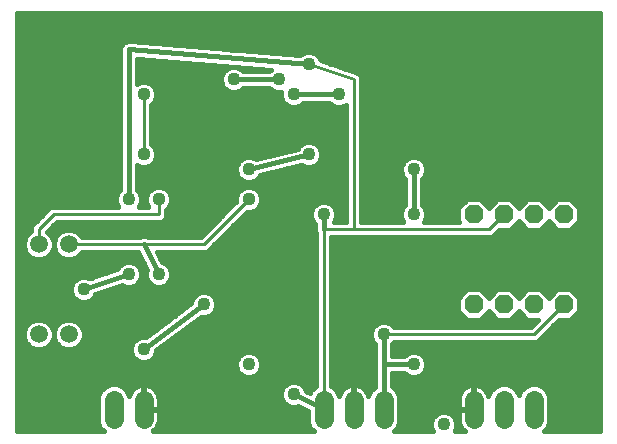
<source format=gbl>
G75*
%MOIN*%
%OFA0B0*%
%FSLAX24Y24*%
%IPPOS*%
%LPD*%
%AMOC8*
5,1,8,0,0,1.08239X$1,22.5*
%
%ADD10OC8,0.0630*%
%ADD11C,0.0594*%
%ADD12C,0.0640*%
%ADD13C,0.0160*%
%ADD14C,0.0100*%
%ADD15C,0.0440*%
%ADD16C,0.0436*%
D10*
X015680Y005050D03*
X016680Y005050D03*
X017680Y005050D03*
X018680Y005050D03*
X018680Y008050D03*
X017680Y008050D03*
X016680Y008050D03*
X015680Y008050D03*
D11*
X002180Y007050D03*
X001180Y007050D03*
X001180Y004050D03*
X002180Y004050D03*
D12*
X003680Y001870D02*
X003680Y001230D01*
X004680Y001230D02*
X004680Y001870D01*
X010680Y001870D02*
X010680Y001230D01*
X011680Y001230D02*
X011680Y001870D01*
X012680Y001870D02*
X012680Y001230D01*
X015680Y001230D02*
X015680Y001870D01*
X016680Y001870D02*
X016680Y001230D01*
X017680Y001230D02*
X017680Y001870D01*
D13*
X000460Y000830D02*
X000460Y014770D01*
X019900Y014770D01*
X019900Y000830D01*
X018015Y000830D01*
X018121Y000935D01*
X018200Y001127D01*
X018200Y001973D01*
X018121Y002165D01*
X017975Y002311D01*
X017783Y002390D01*
X017577Y002390D01*
X017385Y002311D01*
X017239Y002165D01*
X017180Y002022D01*
X017121Y002165D01*
X016975Y002311D01*
X016783Y002390D01*
X016577Y002390D01*
X016385Y002311D01*
X016239Y002165D01*
X016167Y001990D01*
X016143Y002062D01*
X016108Y002132D01*
X016061Y002196D01*
X016006Y002251D01*
X015942Y002298D01*
X015872Y002333D01*
X015797Y002358D01*
X015719Y002370D01*
X015700Y002370D01*
X015700Y001570D01*
X015660Y001570D01*
X015660Y002370D01*
X015641Y002370D01*
X015563Y002358D01*
X015488Y002333D01*
X015418Y002298D01*
X015354Y002251D01*
X015299Y002196D01*
X015252Y002132D01*
X015217Y002062D01*
X015192Y001987D01*
X015180Y001909D01*
X015180Y001570D01*
X015660Y001570D01*
X015660Y001530D01*
X015180Y001530D01*
X015180Y001191D01*
X015192Y001113D01*
X015217Y001038D01*
X015252Y000968D01*
X015299Y000904D01*
X015354Y000849D01*
X015380Y000830D01*
X015041Y000830D01*
X015098Y000967D01*
X015098Y001133D01*
X015034Y001287D01*
X014917Y001404D01*
X014763Y001468D01*
X014597Y001468D01*
X014443Y001404D01*
X014326Y001287D01*
X014262Y001133D01*
X014262Y000967D01*
X014319Y000830D01*
X013015Y000830D01*
X013121Y000935D01*
X013200Y001127D01*
X013200Y001973D01*
X013121Y002165D01*
X012975Y002311D01*
X012960Y002317D01*
X012960Y002770D01*
X013369Y002770D01*
X013443Y002696D01*
X013597Y002632D01*
X013763Y002632D01*
X013917Y002696D01*
X014034Y002813D01*
X014098Y002967D01*
X014098Y003133D01*
X014034Y003287D01*
X013917Y003404D01*
X013763Y003468D01*
X013597Y003468D01*
X013443Y003404D01*
X013369Y003330D01*
X012960Y003330D01*
X012960Y003739D01*
X013021Y003800D01*
X017730Y003800D01*
X017822Y003838D01*
X018519Y004535D01*
X018893Y004535D01*
X019195Y004837D01*
X019195Y005263D01*
X018893Y005565D01*
X018467Y005565D01*
X018180Y005278D01*
X017893Y005565D01*
X017467Y005565D01*
X017180Y005278D01*
X016893Y005565D01*
X016467Y005565D01*
X016180Y005278D01*
X015893Y005565D01*
X015467Y005565D01*
X015165Y005263D01*
X015165Y004837D01*
X015467Y004535D01*
X015893Y004535D01*
X016180Y004822D01*
X016467Y004535D01*
X016893Y004535D01*
X017180Y004822D01*
X017467Y004535D01*
X017811Y004535D01*
X017576Y004300D01*
X013021Y004300D01*
X012917Y004404D01*
X012763Y004468D01*
X012597Y004468D01*
X012443Y004404D01*
X012326Y004287D01*
X012262Y004133D01*
X012262Y003967D01*
X012326Y003813D01*
X012400Y003739D01*
X012400Y002317D01*
X012385Y002311D01*
X012239Y002165D01*
X012167Y001990D01*
X012143Y002062D01*
X012108Y002132D01*
X012061Y002196D01*
X012006Y002251D01*
X011942Y002298D01*
X011872Y002333D01*
X011797Y002358D01*
X011719Y002370D01*
X011700Y002370D01*
X011700Y001570D01*
X011660Y001570D01*
X011660Y002370D01*
X011641Y002370D01*
X011563Y002358D01*
X011488Y002333D01*
X011418Y002298D01*
X011354Y002251D01*
X011299Y002196D01*
X011252Y002132D01*
X011217Y002062D01*
X011193Y001990D01*
X011121Y002165D01*
X010975Y002311D01*
X010930Y002329D01*
X010930Y007300D01*
X016230Y007300D01*
X016322Y007338D01*
X016519Y007535D01*
X016893Y007535D01*
X017180Y007822D01*
X017467Y007535D01*
X017893Y007535D01*
X018180Y007822D01*
X018467Y007535D01*
X018893Y007535D01*
X019195Y007837D01*
X019195Y008263D01*
X018893Y008565D01*
X018467Y008565D01*
X018180Y008278D01*
X017893Y008565D01*
X017467Y008565D01*
X017180Y008278D01*
X016893Y008565D01*
X016467Y008565D01*
X016180Y008278D01*
X015893Y008565D01*
X015467Y008565D01*
X015165Y008263D01*
X015165Y007837D01*
X015202Y007800D01*
X014021Y007800D01*
X014034Y007813D01*
X014098Y007967D01*
X014098Y008133D01*
X014034Y008287D01*
X013960Y008361D01*
X013960Y009239D01*
X014034Y009313D01*
X014098Y009467D01*
X014098Y009633D01*
X014034Y009787D01*
X013917Y009904D01*
X013763Y009968D01*
X013597Y009968D01*
X013443Y009904D01*
X013326Y009787D01*
X013262Y009633D01*
X013262Y009467D01*
X013326Y009313D01*
X013400Y009239D01*
X013400Y008361D01*
X013326Y008287D01*
X013262Y008133D01*
X013262Y007967D01*
X013326Y007813D01*
X013339Y007800D01*
X011930Y007800D01*
X011930Y012509D01*
X011933Y012518D01*
X011930Y012559D01*
X011930Y012600D01*
X011926Y012608D01*
X011926Y012617D01*
X011908Y012654D01*
X011892Y012692D01*
X011885Y012698D01*
X011881Y012706D01*
X011851Y012733D01*
X011822Y012762D01*
X011813Y012765D01*
X011806Y012771D01*
X011767Y012784D01*
X011730Y012800D01*
X011721Y012800D01*
X010578Y013181D01*
X010534Y013287D01*
X010417Y013404D01*
X010263Y013468D01*
X010097Y013468D01*
X009943Y013404D01*
X009894Y013355D01*
X004247Y013825D01*
X004236Y013830D01*
X004192Y013830D01*
X004148Y013834D01*
X004136Y013830D01*
X004124Y013830D01*
X004084Y013813D01*
X004042Y013800D01*
X004032Y013792D01*
X004021Y013787D01*
X003990Y013756D01*
X003957Y013728D01*
X003951Y013717D01*
X003943Y013709D01*
X003926Y013668D01*
X003906Y013629D01*
X003905Y013617D01*
X003900Y013606D01*
X003900Y013562D01*
X003896Y013518D01*
X003900Y013506D01*
X003900Y008861D01*
X003826Y008787D01*
X003762Y008633D01*
X003762Y008467D01*
X003826Y008313D01*
X003839Y008300D01*
X001630Y008300D01*
X001538Y008262D01*
X001038Y007762D01*
X000968Y007692D01*
X000930Y007600D01*
X000930Y007485D01*
X000898Y007471D01*
X000759Y007332D01*
X000683Y007149D01*
X000683Y006951D01*
X000759Y006768D01*
X000898Y006629D01*
X001081Y006553D01*
X001279Y006553D01*
X001462Y006629D01*
X001601Y006768D01*
X001677Y006951D01*
X001677Y007149D01*
X001601Y007332D01*
X001462Y007471D01*
X001457Y007473D01*
X001784Y007800D01*
X005230Y007800D01*
X005322Y007838D01*
X005392Y007908D01*
X005430Y008000D01*
X005430Y008206D01*
X005536Y008312D01*
X005600Y008466D01*
X005600Y008634D01*
X005536Y008788D01*
X005418Y008906D01*
X005264Y008970D01*
X005096Y008970D01*
X004942Y008906D01*
X004824Y008788D01*
X004760Y008634D01*
X004760Y008466D01*
X004824Y008312D01*
X004836Y008300D01*
X004521Y008300D01*
X004534Y008313D01*
X004598Y008467D01*
X004598Y008633D01*
X004534Y008787D01*
X004460Y008861D01*
X004460Y009687D01*
X004596Y009630D01*
X004764Y009630D01*
X004918Y009694D01*
X005036Y009812D01*
X005100Y009966D01*
X005100Y010134D01*
X005036Y010288D01*
X004930Y010394D01*
X004930Y011706D01*
X005036Y011812D01*
X005100Y011966D01*
X005100Y012134D01*
X005036Y012288D01*
X004918Y012406D01*
X004764Y012470D01*
X004596Y012470D01*
X004460Y012413D01*
X004460Y013246D01*
X008913Y012875D01*
X008869Y012830D01*
X007991Y012830D01*
X007917Y012904D01*
X007763Y012968D01*
X007597Y012968D01*
X007443Y012904D01*
X007326Y012787D01*
X007262Y012633D01*
X007262Y012467D01*
X007326Y012313D01*
X007443Y012196D01*
X007597Y012132D01*
X007763Y012132D01*
X007917Y012196D01*
X007991Y012270D01*
X008869Y012270D01*
X008943Y012196D01*
X009097Y012132D01*
X009262Y012132D01*
X009262Y011967D01*
X009326Y011813D01*
X009443Y011696D01*
X009597Y011632D01*
X009763Y011632D01*
X009917Y011696D01*
X009991Y011770D01*
X010869Y011770D01*
X010943Y011696D01*
X011097Y011632D01*
X011263Y011632D01*
X011417Y011696D01*
X011430Y011709D01*
X011430Y007800D01*
X011021Y007800D01*
X011034Y007813D01*
X011098Y007967D01*
X011098Y008133D01*
X011034Y008287D01*
X010917Y008404D01*
X010763Y008468D01*
X010597Y008468D01*
X010443Y008404D01*
X010326Y008287D01*
X010262Y008133D01*
X010262Y007967D01*
X010326Y007813D01*
X010400Y007739D01*
X010400Y007494D01*
X010430Y007422D01*
X010430Y002329D01*
X010385Y002311D01*
X010239Y002165D01*
X010211Y002097D01*
X010087Y002159D01*
X010034Y002287D01*
X009917Y002404D01*
X009763Y002468D01*
X009597Y002468D01*
X009443Y002404D01*
X009326Y002287D01*
X009262Y002133D01*
X009262Y001967D01*
X009326Y001813D01*
X009443Y001696D01*
X009597Y001632D01*
X009763Y001632D01*
X009833Y001661D01*
X010160Y001497D01*
X010160Y001127D01*
X010239Y000935D01*
X010345Y000830D01*
X004980Y000830D01*
X005006Y000849D01*
X005061Y000904D01*
X005108Y000968D01*
X005143Y001038D01*
X005168Y001113D01*
X005180Y001191D01*
X005180Y001530D01*
X004700Y001530D01*
X004700Y001570D01*
X004660Y001570D01*
X004660Y002370D01*
X004641Y002370D01*
X004563Y002358D01*
X004488Y002333D01*
X004418Y002298D01*
X004354Y002251D01*
X004299Y002196D01*
X004252Y002132D01*
X004217Y002062D01*
X004193Y001990D01*
X004121Y002165D01*
X003975Y002311D01*
X003783Y002390D01*
X003577Y002390D01*
X003385Y002311D01*
X003239Y002165D01*
X003160Y001973D01*
X003160Y001127D01*
X003239Y000935D01*
X003345Y000830D01*
X000460Y000830D01*
X000460Y000867D02*
X003308Y000867D01*
X003202Y001026D02*
X000460Y001026D01*
X000460Y001184D02*
X003160Y001184D01*
X003160Y001343D02*
X000460Y001343D01*
X000460Y001501D02*
X003160Y001501D01*
X003160Y001660D02*
X000460Y001660D01*
X000460Y001818D02*
X003160Y001818D01*
X003161Y001977D02*
X000460Y001977D01*
X000460Y002135D02*
X003227Y002135D01*
X003368Y002294D02*
X000460Y002294D01*
X000460Y002452D02*
X009558Y002452D01*
X009332Y002294D02*
X004948Y002294D01*
X004942Y002298D02*
X004872Y002333D01*
X004797Y002358D01*
X004719Y002370D01*
X004700Y002370D01*
X004700Y001570D01*
X005180Y001570D01*
X005180Y001909D01*
X005168Y001987D01*
X005143Y002062D01*
X005108Y002132D01*
X005061Y002196D01*
X005006Y002251D01*
X004942Y002298D01*
X005105Y002135D02*
X009263Y002135D01*
X009262Y001977D02*
X005169Y001977D01*
X005180Y001818D02*
X009324Y001818D01*
X009530Y001660D02*
X005180Y001660D01*
X005180Y001501D02*
X010152Y001501D01*
X010160Y001343D02*
X005180Y001343D01*
X005179Y001184D02*
X010160Y001184D01*
X010202Y001026D02*
X005137Y001026D01*
X005024Y000867D02*
X010308Y000867D01*
X010680Y001550D02*
X009680Y002050D01*
X010028Y002294D02*
X010368Y002294D01*
X010430Y002452D02*
X009802Y002452D01*
X010136Y002135D02*
X010227Y002135D01*
X010430Y002611D02*
X000460Y002611D01*
X000460Y002769D02*
X007870Y002769D01*
X007826Y002813D02*
X007943Y002696D01*
X008097Y002632D01*
X008263Y002632D01*
X008417Y002696D01*
X008534Y002813D01*
X008598Y002967D01*
X008598Y003133D01*
X008534Y003287D01*
X008417Y003404D01*
X008263Y003468D01*
X008097Y003468D01*
X007943Y003404D01*
X007826Y003287D01*
X007762Y003133D01*
X007762Y002967D01*
X007826Y002813D01*
X007778Y002928D02*
X000460Y002928D01*
X000460Y003086D02*
X007762Y003086D01*
X007808Y003245D02*
X004966Y003245D01*
X004917Y003196D02*
X005034Y003313D01*
X005098Y003467D01*
X005098Y003514D01*
X006592Y004634D01*
X006597Y004632D01*
X006763Y004632D01*
X006917Y004696D01*
X007034Y004813D01*
X007098Y004967D01*
X007098Y005133D01*
X007034Y005287D01*
X006917Y005404D01*
X006763Y005468D01*
X006597Y005468D01*
X006443Y005404D01*
X006326Y005287D01*
X006262Y005133D01*
X006262Y005086D01*
X004768Y003966D01*
X004763Y003968D01*
X004597Y003968D01*
X004443Y003904D01*
X004326Y003787D01*
X004262Y003633D01*
X004262Y003467D01*
X004326Y003313D01*
X004443Y003196D01*
X004597Y003132D01*
X004763Y003132D01*
X004917Y003196D01*
X005072Y003403D02*
X007942Y003403D01*
X008418Y003403D02*
X010430Y003403D01*
X010430Y003245D02*
X008552Y003245D01*
X008598Y003086D02*
X010430Y003086D01*
X010430Y002928D02*
X008582Y002928D01*
X008490Y002769D02*
X010430Y002769D01*
X010930Y002769D02*
X012400Y002769D01*
X012400Y002611D02*
X010930Y002611D01*
X010930Y002452D02*
X012400Y002452D01*
X012368Y002294D02*
X011948Y002294D01*
X012105Y002135D02*
X012227Y002135D01*
X011700Y002135D02*
X011660Y002135D01*
X011660Y002294D02*
X011700Y002294D01*
X011412Y002294D02*
X010992Y002294D01*
X011133Y002135D02*
X011255Y002135D01*
X011660Y001977D02*
X011700Y001977D01*
X011700Y001818D02*
X011660Y001818D01*
X011660Y001660D02*
X011700Y001660D01*
X012680Y001550D02*
X012680Y003050D01*
X013680Y003050D01*
X013990Y002769D02*
X019900Y002769D01*
X019900Y002611D02*
X012960Y002611D01*
X012960Y002769D02*
X013370Y002769D01*
X012960Y002452D02*
X019900Y002452D01*
X019900Y002294D02*
X017992Y002294D01*
X018133Y002135D02*
X019900Y002135D01*
X019900Y001977D02*
X018199Y001977D01*
X018200Y001818D02*
X019900Y001818D01*
X019900Y001660D02*
X018200Y001660D01*
X018200Y001501D02*
X019900Y001501D01*
X019900Y001343D02*
X018200Y001343D01*
X018200Y001184D02*
X019900Y001184D01*
X019900Y001026D02*
X018158Y001026D01*
X018052Y000867D02*
X019900Y000867D01*
X017368Y002294D02*
X016992Y002294D01*
X017133Y002135D02*
X017227Y002135D01*
X016368Y002294D02*
X015948Y002294D01*
X016105Y002135D02*
X016227Y002135D01*
X015700Y002135D02*
X015660Y002135D01*
X015660Y002294D02*
X015700Y002294D01*
X015412Y002294D02*
X012992Y002294D01*
X013133Y002135D02*
X015255Y002135D01*
X015191Y001977D02*
X013199Y001977D01*
X013200Y001818D02*
X015180Y001818D01*
X015180Y001660D02*
X013200Y001660D01*
X013200Y001501D02*
X015180Y001501D01*
X015180Y001343D02*
X014979Y001343D01*
X015077Y001184D02*
X015181Y001184D01*
X015223Y001026D02*
X015098Y001026D01*
X015057Y000867D02*
X015336Y000867D01*
X015660Y001660D02*
X015700Y001660D01*
X015700Y001818D02*
X015660Y001818D01*
X015660Y001977D02*
X015700Y001977D01*
X014381Y001343D02*
X013200Y001343D01*
X013200Y001184D02*
X014283Y001184D01*
X014262Y001026D02*
X013158Y001026D01*
X013052Y000867D02*
X014303Y000867D01*
X014082Y002928D02*
X019900Y002928D01*
X019900Y003086D02*
X014098Y003086D01*
X014052Y003245D02*
X019900Y003245D01*
X019900Y003403D02*
X013918Y003403D01*
X013442Y003403D02*
X012960Y003403D01*
X012960Y003562D02*
X019900Y003562D01*
X019900Y003720D02*
X012960Y003720D01*
X012680Y004050D02*
X012680Y003050D01*
X012400Y003086D02*
X010930Y003086D01*
X010930Y002928D02*
X012400Y002928D01*
X012400Y003245D02*
X010930Y003245D01*
X010930Y003403D02*
X012400Y003403D01*
X012400Y003562D02*
X010930Y003562D01*
X010930Y003720D02*
X012400Y003720D01*
X012298Y003879D02*
X010930Y003879D01*
X010930Y004037D02*
X012262Y004037D01*
X012288Y004196D02*
X010930Y004196D01*
X010930Y004354D02*
X012393Y004354D01*
X012967Y004354D02*
X017630Y004354D01*
X017789Y004513D02*
X010930Y004513D01*
X010930Y004671D02*
X015331Y004671D01*
X015172Y004830D02*
X010930Y004830D01*
X010930Y004988D02*
X015165Y004988D01*
X015165Y005147D02*
X010930Y005147D01*
X010930Y005305D02*
X015207Y005305D01*
X015365Y005464D02*
X010930Y005464D01*
X010930Y005622D02*
X019900Y005622D01*
X019900Y005464D02*
X018995Y005464D01*
X019153Y005305D02*
X019900Y005305D01*
X019900Y005147D02*
X019195Y005147D01*
X019195Y004988D02*
X019900Y004988D01*
X019900Y004830D02*
X019188Y004830D01*
X019029Y004671D02*
X019900Y004671D01*
X019900Y004513D02*
X018496Y004513D01*
X018338Y004354D02*
X019900Y004354D01*
X019900Y004196D02*
X018179Y004196D01*
X018021Y004037D02*
X019900Y004037D01*
X019900Y003879D02*
X017862Y003879D01*
X017331Y004671D02*
X017029Y004671D01*
X016331Y004671D02*
X016029Y004671D01*
X016153Y005305D02*
X016207Y005305D01*
X016365Y005464D02*
X015995Y005464D01*
X016995Y005464D02*
X017365Y005464D01*
X017207Y005305D02*
X017153Y005305D01*
X017995Y005464D02*
X018365Y005464D01*
X018207Y005305D02*
X018153Y005305D01*
X019900Y005781D02*
X010930Y005781D01*
X010930Y005939D02*
X019900Y005939D01*
X019900Y006098D02*
X010930Y006098D01*
X010930Y006256D02*
X019900Y006256D01*
X019900Y006415D02*
X010930Y006415D01*
X010930Y006573D02*
X019900Y006573D01*
X019900Y006732D02*
X010930Y006732D01*
X010930Y006890D02*
X019900Y006890D01*
X019900Y007049D02*
X010930Y007049D01*
X010930Y007207D02*
X019900Y007207D01*
X019900Y007366D02*
X016349Y007366D01*
X016508Y007524D02*
X019900Y007524D01*
X019900Y007683D02*
X019041Y007683D01*
X019195Y007841D02*
X019900Y007841D01*
X019900Y008000D02*
X019195Y008000D01*
X019195Y008158D02*
X019900Y008158D01*
X019900Y008317D02*
X019142Y008317D01*
X018983Y008475D02*
X019900Y008475D01*
X019900Y008634D02*
X013960Y008634D01*
X013960Y008792D02*
X019900Y008792D01*
X019900Y008951D02*
X013960Y008951D01*
X013960Y009109D02*
X019900Y009109D01*
X019900Y009268D02*
X013989Y009268D01*
X014081Y009426D02*
X019900Y009426D01*
X019900Y009585D02*
X014098Y009585D01*
X014053Y009743D02*
X019900Y009743D01*
X019900Y009902D02*
X013920Y009902D01*
X013440Y009902D02*
X011930Y009902D01*
X011930Y010060D02*
X019900Y010060D01*
X019900Y010219D02*
X011930Y010219D01*
X011930Y010377D02*
X019900Y010377D01*
X019900Y010536D02*
X011930Y010536D01*
X011930Y010694D02*
X019900Y010694D01*
X019900Y010853D02*
X011930Y010853D01*
X011930Y011011D02*
X019900Y011011D01*
X019900Y011170D02*
X011930Y011170D01*
X011930Y011328D02*
X019900Y011328D01*
X019900Y011487D02*
X011930Y011487D01*
X011930Y011645D02*
X019900Y011645D01*
X019900Y011804D02*
X011930Y011804D01*
X011930Y011962D02*
X019900Y011962D01*
X019900Y012121D02*
X011930Y012121D01*
X011930Y012279D02*
X019900Y012279D01*
X019900Y012438D02*
X011930Y012438D01*
X011930Y012596D02*
X019900Y012596D01*
X019900Y012755D02*
X011829Y012755D01*
X011382Y012913D02*
X019900Y012913D01*
X019900Y013072D02*
X010906Y013072D01*
X010558Y013230D02*
X019900Y013230D01*
X019900Y013389D02*
X010433Y013389D01*
X010180Y013050D02*
X004180Y013550D01*
X004180Y008550D01*
X004598Y008475D02*
X004760Y008475D01*
X004760Y008634D02*
X004598Y008634D01*
X004529Y008792D02*
X004828Y008792D01*
X005049Y008951D02*
X004460Y008951D01*
X004460Y009109D02*
X011430Y009109D01*
X011430Y008951D02*
X008311Y008951D01*
X008264Y008970D02*
X008096Y008970D01*
X007942Y008906D01*
X007824Y008788D01*
X007760Y008634D01*
X007760Y008484D01*
X006576Y007300D01*
X004815Y007300D01*
X004716Y007333D01*
X004605Y007325D01*
X004554Y007300D01*
X002615Y007300D01*
X002601Y007332D01*
X002462Y007471D01*
X002279Y007547D01*
X002081Y007547D01*
X001898Y007471D01*
X001759Y007332D01*
X001683Y007149D01*
X001683Y006951D01*
X001759Y006768D01*
X001898Y006629D01*
X002081Y006553D01*
X002279Y006553D01*
X002462Y006629D01*
X002601Y006768D01*
X002615Y006800D01*
X004492Y006800D01*
X004791Y006203D01*
X004762Y006133D01*
X004762Y005967D01*
X004826Y005813D01*
X004943Y005696D01*
X005097Y005632D01*
X005263Y005632D01*
X005417Y005696D01*
X005534Y005813D01*
X005598Y005967D01*
X005598Y006133D01*
X005534Y006287D01*
X005417Y006404D01*
X005289Y006457D01*
X005118Y006800D01*
X006730Y006800D01*
X006822Y006838D01*
X008114Y008130D01*
X008264Y008130D01*
X008418Y008194D01*
X008536Y008312D01*
X008600Y008466D01*
X008600Y008634D01*
X008536Y008788D01*
X008418Y008906D01*
X008264Y008970D01*
X008263Y009132D02*
X008097Y009132D01*
X007943Y009196D01*
X007826Y009313D01*
X007762Y009467D01*
X007762Y009633D01*
X007826Y009787D01*
X007943Y009904D01*
X008097Y009968D01*
X008263Y009968D01*
X008417Y009904D01*
X008422Y009899D01*
X009809Y010246D01*
X009826Y010287D01*
X009943Y010404D01*
X010097Y010468D01*
X010263Y010468D01*
X010417Y010404D01*
X010534Y010287D01*
X010598Y010133D01*
X010598Y009967D01*
X010534Y009813D01*
X010417Y009696D01*
X010263Y009632D01*
X010097Y009632D01*
X009943Y009696D01*
X009938Y009701D01*
X008551Y009354D01*
X008534Y009313D01*
X008417Y009196D01*
X008263Y009132D01*
X008489Y009268D02*
X011430Y009268D01*
X011430Y009426D02*
X008839Y009426D01*
X009473Y009585D02*
X011430Y009585D01*
X011430Y009743D02*
X010464Y009743D01*
X010571Y009902D02*
X011430Y009902D01*
X011430Y010060D02*
X010598Y010060D01*
X010563Y010219D02*
X011430Y010219D01*
X011430Y010377D02*
X010444Y010377D01*
X010180Y010050D02*
X008180Y009550D01*
X007871Y009268D02*
X004460Y009268D01*
X004460Y009426D02*
X007779Y009426D01*
X007762Y009585D02*
X004460Y009585D01*
X003900Y009585D02*
X000460Y009585D01*
X000460Y009743D02*
X003900Y009743D01*
X003900Y009902D02*
X000460Y009902D01*
X000460Y010060D02*
X003900Y010060D01*
X003900Y010219D02*
X000460Y010219D01*
X000460Y010377D02*
X003900Y010377D01*
X003900Y010536D02*
X000460Y010536D01*
X000460Y010694D02*
X003900Y010694D01*
X003900Y010853D02*
X000460Y010853D01*
X000460Y011011D02*
X003900Y011011D01*
X003900Y011170D02*
X000460Y011170D01*
X000460Y011328D02*
X003900Y011328D01*
X003900Y011487D02*
X000460Y011487D01*
X000460Y011645D02*
X003900Y011645D01*
X003900Y011804D02*
X000460Y011804D01*
X000460Y011962D02*
X003900Y011962D01*
X003900Y012121D02*
X000460Y012121D01*
X000460Y012279D02*
X003900Y012279D01*
X003900Y012438D02*
X000460Y012438D01*
X000460Y012596D02*
X003900Y012596D01*
X003900Y012755D02*
X000460Y012755D01*
X000460Y012913D02*
X003900Y012913D01*
X003900Y013072D02*
X000460Y013072D01*
X000460Y013230D02*
X003900Y013230D01*
X003900Y013389D02*
X000460Y013389D01*
X000460Y013547D02*
X003899Y013547D01*
X003941Y013706D02*
X000460Y013706D01*
X000460Y013864D02*
X019900Y013864D01*
X019900Y014023D02*
X000460Y014023D01*
X000460Y014181D02*
X019900Y014181D01*
X019900Y014340D02*
X000460Y014340D01*
X000460Y014498D02*
X019900Y014498D01*
X019900Y014657D02*
X000460Y014657D01*
X004460Y013230D02*
X004648Y013230D01*
X004460Y013072D02*
X006550Y013072D01*
X007312Y012755D02*
X004460Y012755D01*
X004460Y012913D02*
X007464Y012913D01*
X007262Y012596D02*
X004460Y012596D01*
X004460Y012438D02*
X004518Y012438D01*
X004842Y012438D02*
X007274Y012438D01*
X007360Y012279D02*
X005040Y012279D01*
X005100Y012121D02*
X009262Y012121D01*
X009264Y011962D02*
X005098Y011962D01*
X005027Y011804D02*
X009335Y011804D01*
X009565Y011645D02*
X004930Y011645D01*
X004930Y011487D02*
X011430Y011487D01*
X011430Y011645D02*
X011295Y011645D01*
X011065Y011645D02*
X009795Y011645D01*
X009680Y012050D02*
X011180Y012050D01*
X011430Y011328D02*
X004930Y011328D01*
X004930Y011170D02*
X011430Y011170D01*
X011430Y011011D02*
X004930Y011011D01*
X004930Y010853D02*
X011430Y010853D01*
X011430Y010694D02*
X004930Y010694D01*
X004930Y010536D02*
X011430Y010536D01*
X011930Y009743D02*
X013307Y009743D01*
X013262Y009585D02*
X011930Y009585D01*
X011930Y009426D02*
X013279Y009426D01*
X013371Y009268D02*
X011930Y009268D01*
X011930Y009109D02*
X013400Y009109D01*
X013400Y008951D02*
X011930Y008951D01*
X011930Y008792D02*
X013400Y008792D01*
X013400Y008634D02*
X011930Y008634D01*
X011930Y008475D02*
X013400Y008475D01*
X013355Y008317D02*
X011930Y008317D01*
X011930Y008158D02*
X013272Y008158D01*
X013262Y008000D02*
X011930Y008000D01*
X011930Y007841D02*
X013314Y007841D01*
X013680Y008050D02*
X013680Y009550D01*
X013960Y008475D02*
X015377Y008475D01*
X015218Y008317D02*
X014005Y008317D01*
X014088Y008158D02*
X015165Y008158D01*
X015165Y008000D02*
X014098Y008000D01*
X014046Y007841D02*
X015165Y007841D01*
X015983Y008475D02*
X016377Y008475D01*
X016218Y008317D02*
X016142Y008317D01*
X016983Y008475D02*
X017377Y008475D01*
X017218Y008317D02*
X017142Y008317D01*
X017041Y007683D02*
X017319Y007683D01*
X018041Y007683D02*
X018319Y007683D01*
X018218Y008317D02*
X018142Y008317D01*
X017983Y008475D02*
X018377Y008475D01*
X019900Y013547D02*
X007587Y013547D01*
X007896Y012913D02*
X008452Y012913D01*
X009180Y012550D02*
X007680Y012550D01*
X009489Y013389D02*
X009927Y013389D01*
X009916Y010377D02*
X004947Y010377D01*
X005065Y010219D02*
X009700Y010219D01*
X009066Y010060D02*
X005100Y010060D01*
X005073Y009902D02*
X007940Y009902D01*
X007807Y009743D02*
X004967Y009743D01*
X005311Y008951D02*
X008049Y008951D01*
X007828Y008792D02*
X005532Y008792D01*
X005600Y008634D02*
X007760Y008634D01*
X007751Y008475D02*
X005600Y008475D01*
X005538Y008317D02*
X007593Y008317D01*
X007434Y008158D02*
X005430Y008158D01*
X005430Y008000D02*
X007276Y008000D01*
X007117Y007841D02*
X005325Y007841D01*
X004822Y008317D02*
X004536Y008317D01*
X003824Y008317D02*
X000460Y008317D01*
X000460Y008475D02*
X003762Y008475D01*
X003762Y008634D02*
X000460Y008634D01*
X000460Y008792D02*
X003831Y008792D01*
X003900Y008951D02*
X000460Y008951D01*
X000460Y009109D02*
X003900Y009109D01*
X003900Y009268D02*
X000460Y009268D01*
X000460Y009426D02*
X003900Y009426D01*
X001666Y007683D02*
X006959Y007683D01*
X006800Y007524D02*
X002335Y007524D01*
X002568Y007366D02*
X006642Y007366D01*
X007032Y007049D02*
X010430Y007049D01*
X010430Y007207D02*
X007191Y007207D01*
X007349Y007366D02*
X010430Y007366D01*
X010400Y007524D02*
X007508Y007524D01*
X007666Y007683D02*
X010400Y007683D01*
X010314Y007841D02*
X007825Y007841D01*
X007983Y008000D02*
X010262Y008000D01*
X010272Y008158D02*
X008331Y008158D01*
X008538Y008317D02*
X010355Y008317D01*
X010680Y008050D02*
X010680Y007550D01*
X011046Y007841D02*
X011430Y007841D01*
X011430Y008000D02*
X011098Y008000D01*
X011088Y008158D02*
X011430Y008158D01*
X011430Y008317D02*
X011005Y008317D01*
X011430Y008475D02*
X008600Y008475D01*
X008600Y008634D02*
X011430Y008634D01*
X011430Y008792D02*
X008532Y008792D01*
X008432Y009902D02*
X008420Y009902D01*
X004680Y007050D02*
X005180Y006050D01*
X004858Y005781D02*
X004502Y005781D01*
X004534Y005813D02*
X004598Y005967D01*
X004598Y006133D01*
X004534Y006287D01*
X004417Y006404D01*
X004263Y006468D01*
X004097Y006468D01*
X003943Y006404D01*
X003826Y006287D01*
X003797Y006217D01*
X002891Y005915D01*
X002763Y005968D01*
X002597Y005968D01*
X002443Y005904D01*
X002326Y005787D01*
X002262Y005633D01*
X002262Y005467D01*
X002326Y005313D01*
X002443Y005196D01*
X002597Y005132D01*
X002763Y005132D01*
X002917Y005196D01*
X003034Y005313D01*
X003063Y005383D01*
X003969Y005685D01*
X004097Y005632D01*
X004263Y005632D01*
X004417Y005696D01*
X004534Y005813D01*
X004587Y005939D02*
X004773Y005939D01*
X004762Y006098D02*
X004598Y006098D01*
X004547Y006256D02*
X004764Y006256D01*
X004685Y006415D02*
X004393Y006415D01*
X004605Y006573D02*
X002328Y006573D01*
X002565Y006732D02*
X004526Y006732D01*
X005152Y006732D02*
X010430Y006732D01*
X010430Y006890D02*
X006874Y006890D01*
X005547Y006256D02*
X010430Y006256D01*
X010430Y006098D02*
X005598Y006098D01*
X005587Y005939D02*
X010430Y005939D01*
X010430Y005781D02*
X005502Y005781D01*
X006344Y005305D02*
X003026Y005305D01*
X002798Y005147D02*
X006267Y005147D01*
X006131Y004988D02*
X000460Y004988D01*
X000460Y004830D02*
X005919Y004830D01*
X005708Y004671D02*
X000460Y004671D01*
X000460Y004513D02*
X000997Y004513D01*
X001081Y004547D02*
X000898Y004471D01*
X000759Y004332D01*
X000683Y004149D01*
X000683Y003951D01*
X000759Y003768D01*
X000898Y003629D01*
X001081Y003553D01*
X001279Y003553D01*
X001462Y003629D01*
X001601Y003768D01*
X001677Y003951D01*
X001677Y004149D01*
X001601Y004332D01*
X001462Y004471D01*
X001279Y004547D01*
X001081Y004547D01*
X001363Y004513D02*
X001997Y004513D01*
X002081Y004547D02*
X001898Y004471D01*
X001759Y004332D01*
X001683Y004149D01*
X001683Y003951D01*
X001759Y003768D01*
X001898Y003629D01*
X002081Y003553D01*
X002279Y003553D01*
X002462Y003629D01*
X002601Y003768D01*
X002677Y003951D01*
X002677Y004149D01*
X002601Y004332D01*
X002462Y004471D01*
X002279Y004547D01*
X002081Y004547D01*
X002363Y004513D02*
X005497Y004513D01*
X005285Y004354D02*
X002579Y004354D01*
X002658Y004196D02*
X005074Y004196D01*
X004863Y004037D02*
X002677Y004037D01*
X002647Y003879D02*
X004417Y003879D01*
X004298Y003720D02*
X002553Y003720D01*
X002300Y003562D02*
X004262Y003562D01*
X004288Y003403D02*
X000460Y003403D01*
X000460Y003245D02*
X004394Y003245D01*
X004680Y003550D02*
X006680Y005050D01*
X007016Y005305D02*
X010430Y005305D01*
X010430Y005147D02*
X007093Y005147D01*
X007098Y004988D02*
X010430Y004988D01*
X010430Y004830D02*
X007041Y004830D01*
X006858Y004671D02*
X010430Y004671D01*
X010430Y004513D02*
X006430Y004513D01*
X006219Y004354D02*
X010430Y004354D01*
X010430Y004196D02*
X006007Y004196D01*
X005796Y004037D02*
X010430Y004037D01*
X010430Y003879D02*
X005585Y003879D01*
X005373Y003720D02*
X010430Y003720D01*
X010430Y003562D02*
X005162Y003562D01*
X004700Y002294D02*
X004660Y002294D01*
X004660Y002135D02*
X004700Y002135D01*
X004700Y001977D02*
X004660Y001977D01*
X004660Y001818D02*
X004700Y001818D01*
X004700Y001660D02*
X004660Y001660D01*
X004255Y002135D02*
X004133Y002135D01*
X003992Y002294D02*
X004412Y002294D01*
X002060Y003562D02*
X001300Y003562D01*
X001060Y003562D02*
X000460Y003562D01*
X000460Y003720D02*
X000807Y003720D01*
X000713Y003879D02*
X000460Y003879D01*
X000460Y004037D02*
X000683Y004037D01*
X000702Y004196D02*
X000460Y004196D01*
X000460Y004354D02*
X000781Y004354D01*
X001579Y004354D02*
X001781Y004354D01*
X001702Y004196D02*
X001658Y004196D01*
X001677Y004037D02*
X001683Y004037D01*
X001713Y003879D02*
X001647Y003879D01*
X001553Y003720D02*
X001807Y003720D01*
X002562Y005147D02*
X000460Y005147D01*
X000460Y005305D02*
X002334Y005305D01*
X002263Y005464D02*
X000460Y005464D01*
X000460Y005622D02*
X002262Y005622D01*
X002323Y005781D02*
X000460Y005781D01*
X000460Y005939D02*
X002527Y005939D01*
X002833Y005939D02*
X002962Y005939D01*
X002680Y005550D02*
X004180Y006050D01*
X003813Y006256D02*
X000460Y006256D01*
X000460Y006098D02*
X003437Y006098D01*
X003967Y006415D02*
X000460Y006415D01*
X000460Y006573D02*
X001032Y006573D01*
X001328Y006573D02*
X002032Y006573D01*
X001795Y006732D02*
X001565Y006732D01*
X001652Y006890D02*
X001708Y006890D01*
X001683Y007049D02*
X001677Y007049D01*
X001653Y007207D02*
X001707Y007207D01*
X001792Y007366D02*
X001568Y007366D01*
X001508Y007524D02*
X002025Y007524D01*
X001276Y008000D02*
X000460Y008000D01*
X000460Y008158D02*
X001434Y008158D01*
X001117Y007841D02*
X000460Y007841D01*
X000460Y007683D02*
X000964Y007683D01*
X000930Y007524D02*
X000460Y007524D01*
X000460Y007366D02*
X000792Y007366D01*
X000707Y007207D02*
X000460Y007207D01*
X000460Y007049D02*
X000683Y007049D01*
X000708Y006890D02*
X000460Y006890D01*
X000460Y006732D02*
X000795Y006732D01*
X003306Y005464D02*
X006586Y005464D01*
X006774Y005464D02*
X010430Y005464D01*
X010430Y005622D02*
X003781Y005622D01*
X005232Y006573D02*
X010430Y006573D01*
X010430Y006415D02*
X005393Y006415D01*
X009830Y001660D02*
X009835Y001660D01*
X005685Y013706D02*
X019900Y013706D01*
D14*
X016680Y008050D02*
X016180Y007550D01*
X011680Y007550D01*
X011680Y012550D01*
X010180Y013050D01*
X004680Y012050D02*
X004680Y010050D01*
X005180Y008550D02*
X005180Y008050D01*
X001680Y008050D01*
X001180Y007550D01*
X001180Y007050D01*
X002180Y007050D02*
X004680Y007050D01*
X006680Y007050D01*
X008180Y008550D01*
X010680Y007550D02*
X011680Y007550D01*
X010680Y007550D02*
X010680Y001550D01*
X012680Y004050D02*
X017680Y004050D01*
X018680Y005050D01*
D15*
X008180Y008550D03*
X005180Y008550D03*
X004680Y010050D03*
X004680Y012050D03*
D16*
X007680Y012550D03*
X009180Y012550D03*
X009680Y012050D03*
X010180Y013050D03*
X011180Y012050D03*
X010180Y010050D03*
X008180Y009550D03*
X010680Y008050D03*
X013680Y008050D03*
X013680Y009550D03*
X006680Y005050D03*
X005180Y006050D03*
X004180Y006050D03*
X002680Y005550D03*
X004680Y003550D03*
X008180Y003050D03*
X009680Y002050D03*
X012680Y004050D03*
X013680Y003050D03*
X014680Y001050D03*
X004180Y008550D03*
M02*

</source>
